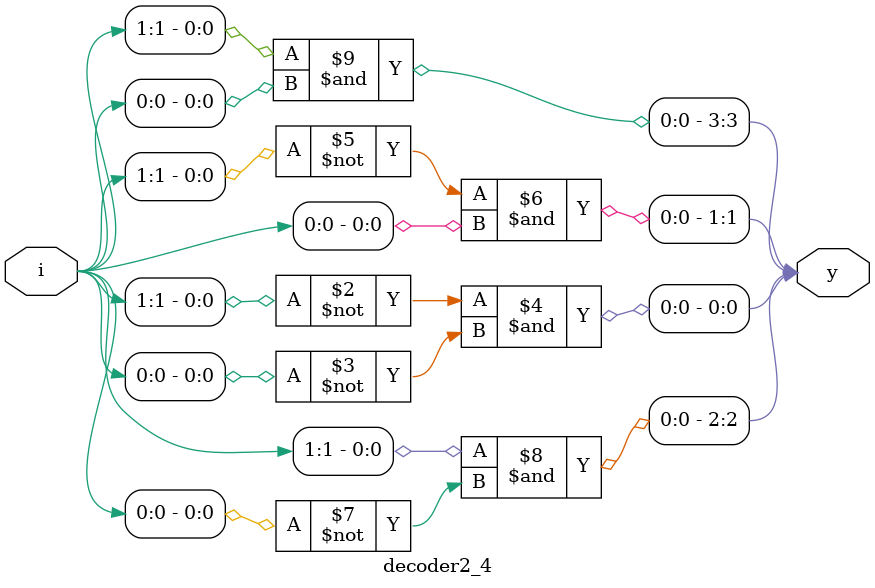
<source format=v>
module decoder2_4(y,i);
  input [1:0]i;
  output reg [3:0]y;
  always @(i)
    begin
    y[0]=(~i[1])&(~i[0]);
    y[1]=(~i[1])&(i[0]);
    y[2]=(i[1])&(~i[0]);
    y[3]=(i[1])&(i[0]);
    end 
endmodule 
</source>
